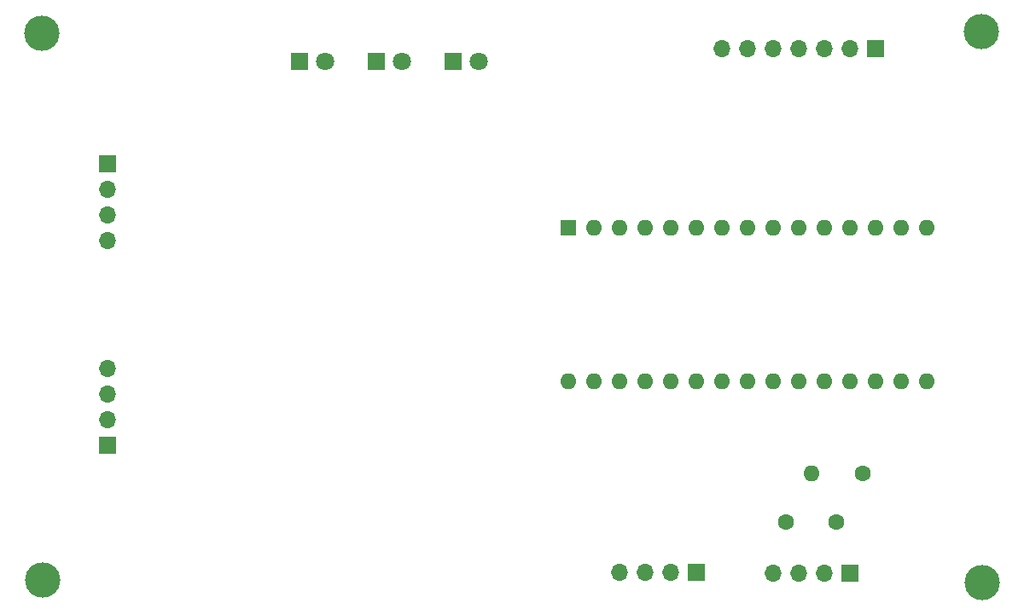
<source format=gbs>
%TF.GenerationSoftware,KiCad,Pcbnew,6.0.5-a6ca702e91~116~ubuntu20.04.1*%
%TF.CreationDate,2022-05-18T10:56:59+02:00*%
%TF.ProjectId,StationMeteo,53746174-696f-46e4-9d65-74656f2e6b69,rev?*%
%TF.SameCoordinates,PX21e9a40PY196f3b0*%
%TF.FileFunction,Soldermask,Bot*%
%TF.FilePolarity,Negative*%
%FSLAX46Y46*%
G04 Gerber Fmt 4.6, Leading zero omitted, Abs format (unit mm)*
G04 Created by KiCad (PCBNEW 6.0.5-a6ca702e91~116~ubuntu20.04.1) date 2022-05-18 10:56:59*
%MOMM*%
%LPD*%
G01*
G04 APERTURE LIST*
%ADD10C,3.500000*%
%ADD11R,1.700000X1.700000*%
%ADD12O,1.700000X1.700000*%
%ADD13R,1.800000X1.800000*%
%ADD14C,1.800000*%
%ADD15C,1.600000*%
%ADD16O,1.600000X1.600000*%
%ADD17R,1.600000X1.600000*%
G04 APERTURE END LIST*
D10*
%TO.C,REF\u002A\u002A*%
X95681800Y-56845200D03*
%TD*%
%TO.C,REF\u002A\u002A*%
X2413000Y-2286000D03*
%TD*%
%TO.C,REF\u002A\u002A*%
X95632288Y-2159000D03*
%TD*%
%TO.C,REF\u002A\u002A*%
X2514600Y-56616600D03*
%TD*%
D11*
%TO.C,J5*%
X85070000Y-3810000D03*
D12*
X82530000Y-3810000D03*
X79990000Y-3810000D03*
X77450000Y-3810000D03*
X74910000Y-3810000D03*
X72370000Y-3810000D03*
X69830000Y-3810000D03*
%TD*%
D13*
%TO.C,D2*%
X35560000Y-5080000D03*
D14*
X38100000Y-5080000D03*
%TD*%
D15*
%TO.C,R1*%
X83849000Y-45974000D03*
D16*
X78769000Y-45974000D03*
%TD*%
D17*
%TO.C,A1*%
X54610000Y-21600000D03*
D16*
X57150000Y-21600000D03*
X59690000Y-21600000D03*
X62230000Y-21600000D03*
X64770000Y-21600000D03*
X67310000Y-21600000D03*
X69850000Y-21600000D03*
X72390000Y-21600000D03*
X74930000Y-21600000D03*
X77470000Y-21600000D03*
X80010000Y-21600000D03*
X82550000Y-21600000D03*
X85090000Y-21600000D03*
X87630000Y-21600000D03*
X90170000Y-21600000D03*
X90170000Y-36840000D03*
X87630000Y-36840000D03*
X85090000Y-36840000D03*
X82550000Y-36840000D03*
X80010000Y-36840000D03*
X77470000Y-36840000D03*
X74930000Y-36840000D03*
X72390000Y-36840000D03*
X69850000Y-36840000D03*
X67310000Y-36840000D03*
X64770000Y-36840000D03*
X62230000Y-36840000D03*
X59690000Y-36840000D03*
X57150000Y-36840000D03*
X54610000Y-36840000D03*
%TD*%
D13*
%TO.C,D3*%
X27940000Y-5080000D03*
D14*
X30480000Y-5080000D03*
%TD*%
D11*
%TO.C,J3*%
X8890000Y-15240000D03*
D12*
X8890000Y-17780000D03*
X8890000Y-20320000D03*
X8890000Y-22860000D03*
%TD*%
D11*
%TO.C,J1*%
X82550000Y-55880000D03*
D12*
X80010000Y-55880000D03*
X77470000Y-55880000D03*
X74930000Y-55880000D03*
%TD*%
D15*
%TO.C,C1*%
X81240000Y-50800000D03*
X76240000Y-50800000D03*
%TD*%
D11*
%TO.C,J2*%
X8915000Y-43170000D03*
D12*
X8915000Y-40630000D03*
X8915000Y-38090000D03*
X8915000Y-35550000D03*
%TD*%
D11*
%TO.C,J4*%
X67300000Y-55830000D03*
D12*
X64760000Y-55830000D03*
X62220000Y-55830000D03*
X59680000Y-55830000D03*
%TD*%
D13*
%TO.C,D1*%
X43180000Y-5080000D03*
D14*
X45720000Y-5080000D03*
%TD*%
M02*

</source>
